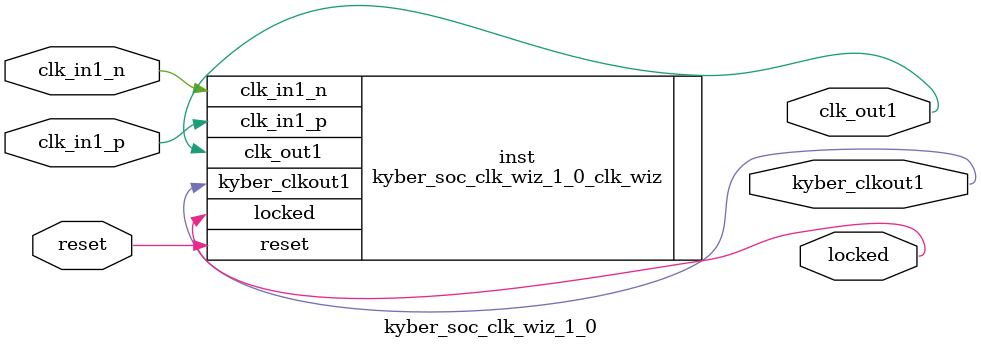
<source format=v>


`timescale 1ps/1ps

(* CORE_GENERATION_INFO = "kyber_soc_clk_wiz_1_0,clk_wiz_v6_0_3_0_0,{component_name=kyber_soc_clk_wiz_1_0,use_phase_alignment=true,use_min_o_jitter=false,use_max_i_jitter=false,use_dyn_phase_shift=false,use_inclk_switchover=false,use_dyn_reconfig=false,enable_axi=0,feedback_source=FDBK_AUTO,PRIMITIVE=MMCM,num_out_clk=2,clkin1_period=5.000,clkin2_period=10.0,use_power_down=false,use_reset=true,use_locked=true,use_inclk_stopped=false,feedback_type=SINGLE,CLOCK_MGR_TYPE=NA,manual_override=false}" *)

module kyber_soc_clk_wiz_1_0 
 (
  // Clock out ports
  output        clk_out1,
  output        kyber_clkout1,
  // Status and control signals
  input         reset,
  output        locked,
 // Clock in ports
  input         clk_in1_p,
  input         clk_in1_n
 );

  kyber_soc_clk_wiz_1_0_clk_wiz inst
  (
  // Clock out ports  
  .clk_out1(clk_out1),
  .kyber_clkout1(kyber_clkout1),
  // Status and control signals               
  .reset(reset), 
  .locked(locked),
 // Clock in ports
  .clk_in1_p(clk_in1_p),
  .clk_in1_n(clk_in1_n)
  );

endmodule

</source>
